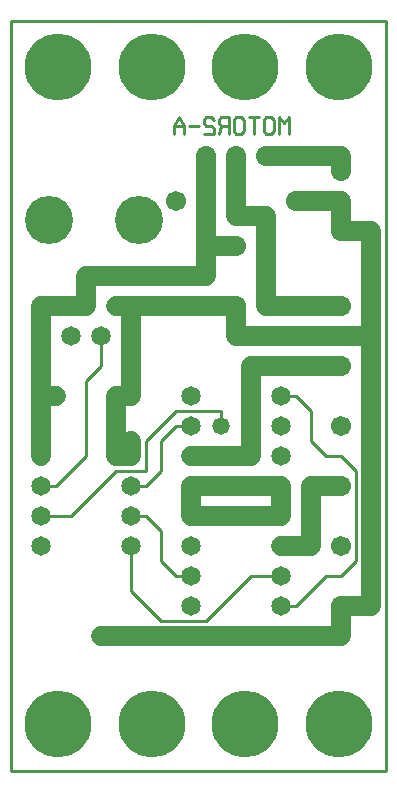
<source format=gbl>
%MOIN*%
%FSLAX25Y25*%
G04 D10 used for Character Trace; *
G04     Circle (OD=.01000) (No hole)*
G04 D11 used for Power Trace; *
G04     Circle (OD=.06700) (No hole)*
G04 D12 used for Signal Trace; *
G04     Circle (OD=.01100) (No hole)*
G04 D13 used for Via; *
G04     Circle (OD=.05800) (Round. Hole ID=.02800)*
G04 D14 used for Component hole; *
G04     Circle (OD=.06500) (Round. Hole ID=.03500)*
G04 D15 used for Component hole; *
G04     Circle (OD=.06700) (Round. Hole ID=.04300)*
G04 D16 used for Component hole; *
G04     Circle (OD=.08100) (Round. Hole ID=.05100)*
G04 D17 used for Component hole; *
G04     Circle (OD=.08900) (Round. Hole ID=.05900)*
G04 D18 used for Component hole; *
G04     Circle (OD=.11300) (Round. Hole ID=.08300)*
G04 D19 used for Component hole; *
G04     Circle (OD=.16000) (Round. Hole ID=.13000)*
G04 D20 used for Component hole; *
G04     Circle (OD=.18300) (Round. Hole ID=.15300)*
G04 D21 used for Component hole; *
G04     Circle (OD=.22291) (Round. Hole ID=.19291)*
%ADD10C,.01000*%
%ADD11C,.06700*%
%ADD12C,.01100*%
%ADD13C,.05800*%
%ADD14C,.06500*%
%ADD15C,.06700*%
%ADD16C,.08100*%
%ADD17C,.08900*%
%ADD18C,.11300*%
%ADD19C,.16000*%
%ADD20C,.18300*%
%ADD21C,.22291*%
%IPPOS*%
%LPD*%
G90*X0Y0D02*D21*X15625Y15625D03*D14*              
X30000Y45000D03*D11*X80000D01*D14*D03*D11*        
X110000D01*Y55000D01*D15*D03*D11*X120000D01*      
Y145000D01*X75000D01*Y155000D01*D15*D03*D11*      
X40000D01*Y125000D01*X35000D01*D14*D03*D11*       
Y105000D01*X40000D01*D14*D03*D11*Y110000D01*D12*  
X45000Y100000D02*Y110000D01*X35000Y100000D02*     
X45000D01*X20000Y85000D02*X35000Y100000D01*       
X10000Y85000D02*X20000D01*D14*X10000D03*D12*      
Y95000D02*X15000D01*D14*X10000D03*D12*X15000D02*  
X25000Y105000D01*Y130000D01*X30000Y135000D01*     
Y145000D01*D14*D03*D11*X35000Y155000D02*X40000D01*
D14*X35000D03*D11*X25000D02*Y165000D01*D14*       
Y155000D03*D11*X10000D01*Y125000D01*Y105000D01*   
D14*D03*X15000Y125000D03*D11*X10000D01*D14*       
X20000Y145000D03*X40000Y95000D03*D12*X45000D01*   
X50000Y100000D01*Y110000D01*X55000Y115000D01*     
X60000D01*D14*D03*D12*X45000Y110000D02*           
X55000Y120000D01*X70000D01*Y115000D01*D13*D03*D11*
X60000Y105000D02*X80000D01*D14*X60000D03*         
Y95000D03*D11*Y85000D01*D14*D03*D11*X90000D01*D14*
D03*D11*Y95000D01*D14*D03*D11*X60000D01*D12*      
X50000Y70000D02*Y80000D01*X55000Y65000D02*        
X50000Y70000D01*X55000Y65000D02*X60000D01*D14*D03*
Y75000D03*Y55000D03*D12*X50000Y50000D02*X65000D01*
X80000Y65000D01*X90000D01*D14*D03*D11*Y75000D02*  
X100000D01*D14*X90000D03*D11*X100000D02*Y95000D01*
X110000D01*D15*D03*D12*X115000Y70000D02*          
Y100000D01*X110000Y65000D02*X115000Y70000D01*     
X105000Y65000D02*X110000D01*X95000Y55000D02*      
X105000Y65000D01*X90000Y55000D02*X95000D01*D14*   
X90000D03*D15*X110000Y75000D03*D12*               
X50000Y80000D02*X45000Y85000D01*X40000D01*D14*D03*
Y75000D03*D12*Y60000D01*X50000Y50000D01*D21*      
X46875Y15625D03*X78125D03*D14*X10000Y75000D03*D12*
X0Y0D02*X125000D01*Y250000D01*X0D01*Y0D01*        
X105000Y105000D02*X110000D01*X115000Y100000D01*   
X105000Y105000D02*X100000Y110000D01*Y120000D01*   
X95000Y125000D01*X90000D01*D14*D03*D11*           
X80000Y105000D02*Y135000D01*D14*X90000Y115000D03* 
Y105000D03*X60000Y125000D03*D15*X110000Y135000D03*
D11*X80000D01*D14*X85000Y155000D03*D11*X110000D01*
D15*D03*D11*X120000Y145000D02*Y180000D01*         
X110000D01*D15*D03*D11*Y190000D01*X95000D01*D15*  
D03*D11*X85000Y155000D02*Y185000D01*              
X65000Y165000D02*Y175000D01*X25000Y165000D02*     
X65000D01*D19*X42500Y183500D03*X12500D03*D15*     
X55000Y190000D03*X65000Y205000D03*D11*Y175000D01* 
X75000D01*D15*D03*D11*Y185000D02*X85000D01*       
X75000D02*Y205000D01*D15*D03*X85000D03*D11*       
X110000D01*Y200000D01*D15*D03*D21*                
X109375Y234375D03*X78125D03*D10*X92511Y212129D02* 
Y217871D01*X90837Y215957D01*X89163Y217871D01*     
Y212129D01*X84163Y213086D02*X85000Y212129D01*     
X86674D01*X87511Y213086D01*Y216914D01*            
X86674Y217871D01*X85000D01*X84163Y216914D01*      
Y213086D01*X80837Y212129D02*Y217871D01*X82511D02* 
X79163D01*X74163Y213086D02*X75000Y212129D01*      
X76674D01*X77511Y213086D01*Y216914D01*            
X76674Y217871D01*X75000D01*X74163Y216914D01*      
Y213086D01*X72511Y212129D02*Y217871D01*X70000D01* 
X69163Y216914D01*Y215957D01*X70000Y215000D01*     
X72511D01*X70000D02*X69163Y212129D01*             
X67511Y216914D02*X66674Y217871D01*X65000D01*      
X64163Y216914D01*Y215957D01*X65000Y215000D01*     
X66674D01*X67511Y214043D01*Y212129D01*X64163D01*  
X62511Y215000D02*X59163D01*X57511Y212129D02*      
Y215000D01*X55837Y217871D01*X54163Y215000D01*     
Y212129D01*X57511Y215000D02*X54163D01*D21*        
X46875Y234375D03*D15*X110000Y115000D03*D21*       
X15625Y234375D03*X109375Y15625D03*M02*            

</source>
